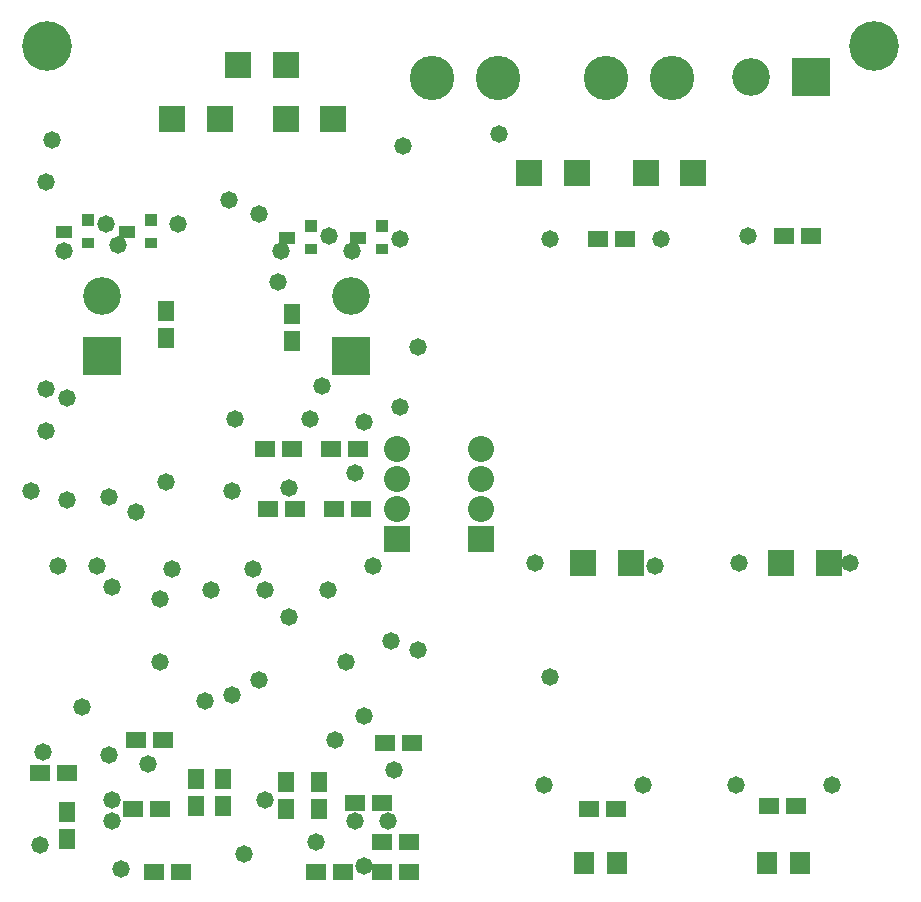
<source format=gbs>
G04 Layer_Color=16711935*
%FSLAX25Y25*%
%MOIN*%
G70*
G01*
G75*
%ADD51R,0.05800X0.04400*%
%ADD52R,0.04400X0.04400*%
%ADD53R,0.04400X0.03800*%
%ADD54R,0.05800X0.06800*%
%ADD55R,0.06800X0.05800*%
%ADD70C,0.16548*%
%ADD71C,0.12611*%
%ADD72R,0.12611X0.12611*%
%ADD73C,0.14800*%
%ADD74R,0.12611X0.12611*%
%ADD75R,0.08674X0.08674*%
%ADD76C,0.08674*%
%ADD77C,0.05800*%
%ADD78R,0.08674X0.08674*%
%ADD79R,0.07000X0.07800*%
D51*
X430028Y420425D02*
D03*
X483524Y418425D02*
D03*
X409028Y420425D02*
D03*
X507028Y418425D02*
D03*
D52*
X438028Y424225D02*
D03*
X491524Y422225D02*
D03*
X417028Y424225D02*
D03*
X515028Y422225D02*
D03*
D53*
X438028Y416724D02*
D03*
X491524Y414724D02*
D03*
X417028Y416724D02*
D03*
X515028Y414724D02*
D03*
D54*
X483000Y237000D02*
D03*
Y228000D02*
D03*
X462000Y238000D02*
D03*
Y229000D02*
D03*
X409994Y227000D02*
D03*
Y218000D02*
D03*
X493994Y237000D02*
D03*
Y228000D02*
D03*
X452994Y238000D02*
D03*
Y229000D02*
D03*
X443000Y394000D02*
D03*
Y385000D02*
D03*
X485000Y393000D02*
D03*
Y384000D02*
D03*
D55*
X439000Y206994D02*
D03*
X448000D02*
D03*
X524000Y207006D02*
D03*
X515000D02*
D03*
X506000Y229994D02*
D03*
X515000D02*
D03*
X502000Y207006D02*
D03*
X493000D02*
D03*
X524000Y217000D02*
D03*
X515000D02*
D03*
X410000Y240000D02*
D03*
X401000D02*
D03*
X441000Y228006D02*
D03*
X432000D02*
D03*
X433000Y250994D02*
D03*
X442000D02*
D03*
X516000Y249994D02*
D03*
X525000D02*
D03*
X649000Y419000D02*
D03*
X658000D02*
D03*
X644000Y229000D02*
D03*
X653000D02*
D03*
X587000Y418000D02*
D03*
X596000D02*
D03*
X584000Y228000D02*
D03*
X593000D02*
D03*
X507000Y348006D02*
D03*
X498000D02*
D03*
X486000Y328006D02*
D03*
X477000D02*
D03*
X485000Y348006D02*
D03*
X476000D02*
D03*
X508000Y328006D02*
D03*
X499000D02*
D03*
D70*
X403543Y482283D02*
D03*
X679134D02*
D03*
D71*
X638213Y471905D02*
D03*
X421905Y398787D02*
D03*
X504905D02*
D03*
D72*
X658213Y471905D02*
D03*
D73*
X531677Y471441D02*
D03*
X553677D02*
D03*
X589677D02*
D03*
X611677D02*
D03*
D74*
X421905Y378787D02*
D03*
X504905D02*
D03*
D75*
X520000Y318000D02*
D03*
X548000D02*
D03*
D76*
X520000Y328000D02*
D03*
Y338000D02*
D03*
Y348000D02*
D03*
X548000Y328000D02*
D03*
Y338000D02*
D03*
Y348000D02*
D03*
D77*
X464000Y431000D02*
D03*
X469000Y213000D02*
D03*
X476000Y231000D02*
D03*
X509000Y259000D02*
D03*
X499500Y251000D02*
D03*
X503000Y277000D02*
D03*
X518000Y284000D02*
D03*
X456000Y264000D02*
D03*
X465000Y266000D02*
D03*
X474000Y271000D02*
D03*
X527000Y281000D02*
D03*
X402000Y247000D02*
D03*
X398000Y334000D02*
D03*
X415000Y262000D02*
D03*
X441000Y277000D02*
D03*
X519000Y241000D02*
D03*
X517000Y224000D02*
D03*
X509000Y209000D02*
D03*
X506000Y224000D02*
D03*
X493000Y217000D02*
D03*
X401000Y216000D02*
D03*
X424000Y246000D02*
D03*
X437000Y243000D02*
D03*
X428000Y208000D02*
D03*
X425000Y231000D02*
D03*
Y224000D02*
D03*
X571000Y418000D02*
D03*
X608000D02*
D03*
X637000Y419000D02*
D03*
X554000Y453000D02*
D03*
X606000Y309000D02*
D03*
X671000Y310000D02*
D03*
X566000D02*
D03*
X634000D02*
D03*
X569000Y236000D02*
D03*
X633000D02*
D03*
X602000D02*
D03*
X665000D02*
D03*
X571000Y272000D02*
D03*
X522000Y449000D02*
D03*
X405000Y451000D02*
D03*
X423000Y423000D02*
D03*
X447000D02*
D03*
X427000Y416000D02*
D03*
X409000Y414000D02*
D03*
X481496D02*
D03*
X505000D02*
D03*
X521000Y418000D02*
D03*
X497496Y419000D02*
D03*
X491000Y358000D02*
D03*
X407000Y309000D02*
D03*
X424000Y332000D02*
D03*
X484000Y335000D02*
D03*
X445000Y308000D02*
D03*
X472000D02*
D03*
X410000Y365000D02*
D03*
X521000Y362000D02*
D03*
X495000Y369000D02*
D03*
X506000Y340000D02*
D03*
X509000Y357000D02*
D03*
X474120Y426120D02*
D03*
X466000Y358000D02*
D03*
X480500Y403500D02*
D03*
X443000Y337000D02*
D03*
X433000Y327000D02*
D03*
X410006Y331000D02*
D03*
X420000Y309000D02*
D03*
X425000Y302000D02*
D03*
X441028Y298000D02*
D03*
X465000Y334000D02*
D03*
X484000Y292000D02*
D03*
X458000Y301000D02*
D03*
X476000D02*
D03*
X497000D02*
D03*
X527000Y382000D02*
D03*
X512000Y309000D02*
D03*
X403000Y437000D02*
D03*
Y368000D02*
D03*
Y354000D02*
D03*
D78*
X580000Y440006D02*
D03*
X564252D02*
D03*
X598000Y310000D02*
D03*
X582252D02*
D03*
X664000D02*
D03*
X648252D02*
D03*
X603000Y440000D02*
D03*
X618748D02*
D03*
X467252Y476000D02*
D03*
X483000D02*
D03*
X498748Y458000D02*
D03*
X483000D02*
D03*
X445252D02*
D03*
X461000D02*
D03*
D79*
X582400Y210000D02*
D03*
X593600D02*
D03*
X643400D02*
D03*
X654600D02*
D03*
M02*

</source>
